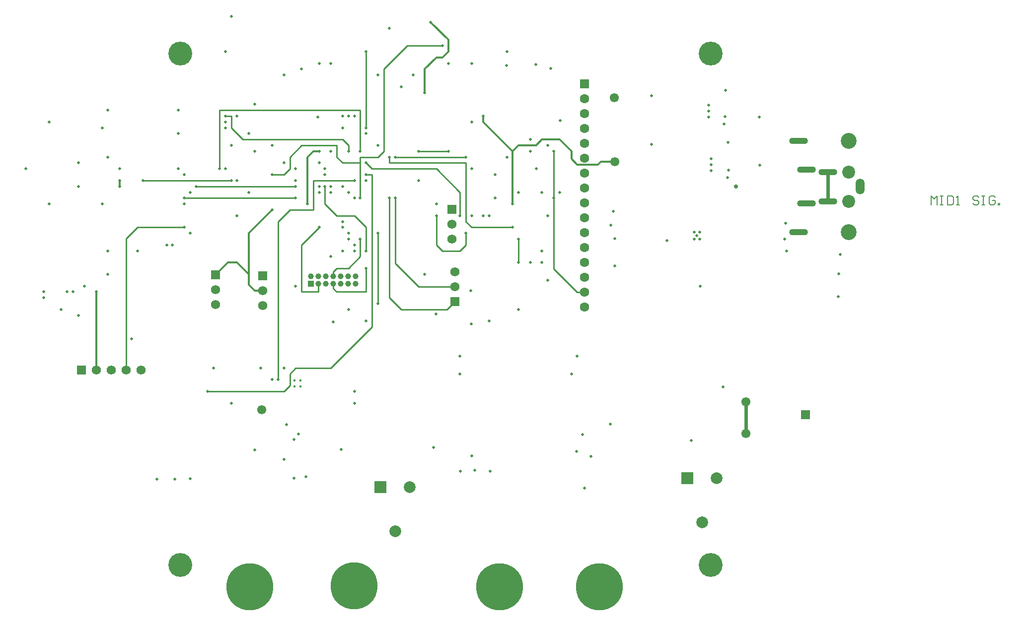
<source format=gbr>
%TF.GenerationSoftware,Altium Limited,Altium Designer,21.0.9 (235)*%
G04 Layer_Physical_Order=3*
G04 Layer_Color=36540*
%FSLAX26Y26*%
%MOIN*%
%TF.SameCoordinates,617CA12B-F850-4EA5-9EC3-0E5FEE419536*%
%TF.FilePolarity,Positive*%
%TF.FileFunction,Copper,L3,Inr,Signal*%
%TF.Part,Single*%
G01*
G75*
%TA.AperFunction,Conductor*%
%ADD72C,0.012000*%
%ADD73C,0.010000*%
%ADD76C,0.022000*%
%TA.AperFunction,NonConductor*%
%ADD84C,0.006000*%
%TA.AperFunction,ComponentPad*%
%ADD85C,0.061024*%
%ADD86C,0.061654*%
%ADD87R,0.061654X0.061654*%
%TA.AperFunction,ViaPad*%
%ADD88C,0.160000*%
%TA.AperFunction,ComponentPad*%
%ADD89R,0.061024X0.061024*%
%ADD90C,0.062992*%
%ADD91R,0.062992X0.062992*%
%ADD92R,0.061811X0.061811*%
%ADD93C,0.061811*%
%ADD94C,0.086614*%
%ADD95C,0.106299*%
%ADD96O,0.059055X0.106299*%
%ADD97O,0.125984X0.043307*%
%ADD98C,0.314961*%
%ADD99C,0.039370*%
%ADD100R,0.039370X0.039370*%
%ADD101C,0.078740*%
%ADD102R,0.078740X0.078740*%
%TA.AperFunction,ViaPad*%
%ADD103C,0.020000*%
%ADD104C,0.028000*%
%ADD105C,0.019685*%
%ADD106C,0.015748*%
D72*
X1811024Y4055118D02*
Y4094488D01*
X2677165Y3394370D02*
Y3464567D01*
Y3394370D02*
X2716535Y3355000D01*
X2770000D01*
X3897638Y5157480D02*
X4015748Y5039370D01*
Y4960630D02*
Y5039370D01*
X3976378Y4921260D02*
X4015748Y4960630D01*
X3937008Y4921260D02*
X3976378D01*
X3858268Y4842520D02*
X3937008Y4921260D01*
X3858268Y4685039D02*
Y4842520D01*
X2598425Y3543307D02*
X2677165Y3464567D01*
X2538307Y3543307D02*
X2598425D01*
X2455000Y3460000D02*
X2538307Y3543307D01*
X4251968Y4488189D02*
X4448819Y4291339D01*
X4251968Y4488189D02*
Y4527559D01*
X4448819Y3937008D02*
Y4291339D01*
X3070866Y3937008D02*
Y4251968D01*
X3110236Y4291339D01*
X3149606D01*
X1653543Y3346457D02*
X1655000Y3345000D01*
Y2820000D02*
Y3345000D01*
X2677165Y3464567D02*
Y3740157D01*
X2834646Y3897638D01*
X4448819Y4291339D02*
X4488189Y4330709D01*
X4606299D01*
X4645669Y4370079D01*
X4763779D01*
X4842520Y4291339D01*
Y4240874D02*
Y4291339D01*
Y4240874D02*
X4881890Y4201504D01*
X5020874D01*
X5039370Y4220000D01*
X5135000D01*
D73*
X4133858Y3818898D02*
Y4212598D01*
X3622047D02*
X4133858D01*
X3622047D02*
Y4251968D01*
X1968504Y4094488D02*
X2559055D01*
X3543307Y3267716D02*
Y3740157D01*
X3346457Y4291339D02*
Y4330709D01*
X3307087Y4370079D02*
X3346457Y4330709D01*
X2637795Y4370079D02*
X3307087D01*
X2559055Y4448819D02*
X2637795Y4370079D01*
X2559055Y4448819D02*
Y4527559D01*
X2519685D02*
X2559055D01*
X1855000Y2820000D02*
Y3705394D01*
X1929134Y3779528D01*
X2244095D01*
X2322835Y4055118D02*
X2992126D01*
X2244095Y3976378D02*
X2992126D01*
X4724409Y3502480D02*
Y3976378D01*
Y3502480D02*
X4881890Y3345000D01*
X4930000D01*
X4724409Y3976378D02*
Y4291339D01*
X3818898D02*
X4015748D01*
X3937008Y3661417D02*
Y3858268D01*
Y3661417D02*
X3976378Y3622047D01*
X4094488D01*
X4133858Y3661417D01*
Y3740157D01*
X3622047Y3307087D02*
Y3976378D01*
Y3307087D02*
X3700787Y3228347D01*
X4008347D01*
X4060000Y3280000D01*
X3661417Y3537480D02*
Y3976378D01*
Y3537480D02*
X3818898Y3380000D01*
X4060000D01*
X3145000Y3346457D02*
Y3400000D01*
X3031496Y3346457D02*
X3145000D01*
X3031496D02*
Y3661417D01*
X3149606Y3779528D01*
X3245000Y3369173D02*
Y3400000D01*
Y3369173D02*
X3267716Y3346457D01*
X3464567D01*
Y3503937D01*
X3245000Y3450000D02*
Y3481220D01*
X3267716Y3503937D01*
X3346457D01*
X3425197Y3582677D01*
Y3700787D01*
X3740157Y5000000D02*
X3976378D01*
X3582677Y4842520D02*
X3740157Y5000000D01*
X3582677Y4291339D02*
Y4842520D01*
X3543307Y4251968D02*
X3582677Y4291339D01*
X3425197Y4251968D02*
X3543307D01*
X3425197Y4212598D02*
Y4251968D01*
Y3976378D02*
Y4212598D01*
X2834646Y4133858D02*
X2913386D01*
X2952756Y4173228D01*
Y4251968D01*
X3031496Y4330709D01*
X3267716D01*
Y4251968D02*
Y4330709D01*
Y4251968D02*
X3307087Y4212598D01*
X3425197D01*
X2480315Y4173228D02*
Y4566929D01*
X3425197D01*
Y4291339D02*
Y4566929D01*
X3464567Y4448819D02*
Y4960630D01*
X4488189Y3543307D02*
Y3700787D01*
X3188976Y3937008D02*
Y4055118D01*
Y3937008D02*
X3267716Y3858268D01*
X3385827D01*
X3464567Y3779528D01*
Y3622047D02*
Y3779528D01*
X2401575Y2677165D02*
X2913386D01*
X2952756Y2716535D01*
Y2795276D01*
X2992126Y2834646D01*
X3228347D01*
X3503937Y3110236D01*
Y4133858D01*
X3464567D02*
X3503937D01*
X2874016Y2755905D02*
Y3818898D01*
X2952756Y3897638D01*
X3110236D01*
Y4094488D01*
X3385827D01*
X3661417Y4251968D02*
X4133858D01*
X4094488Y3858268D02*
Y4015748D01*
X3937008Y4173228D02*
X4094488Y4015748D01*
X3503937Y4173228D02*
X3937008D01*
X3464567Y4212598D02*
X3503937Y4173228D01*
X4133858Y3818898D02*
X4173228Y3779528D01*
X4448819D01*
D76*
X6015394Y2520079D02*
Y2607220D01*
X6015000Y2519685D02*
X6015394Y2520079D01*
X6015000Y2395000D02*
Y2519685D01*
X6565000Y3955000D02*
Y4151850D01*
D84*
X7256000Y3931000D02*
Y3990981D01*
X7275993Y3970987D01*
X7295987Y3990981D01*
Y3931000D01*
X7315981Y3990981D02*
X7335974D01*
X7325977D01*
Y3931000D01*
X7315981D01*
X7335974D01*
X7365964Y3990981D02*
Y3931000D01*
X7395955D01*
X7405952Y3940997D01*
Y3980984D01*
X7395955Y3990981D01*
X7365964D01*
X7425945Y3931000D02*
X7445939D01*
X7435942D01*
Y3990981D01*
X7425945Y3980984D01*
X7575896D02*
X7565900Y3990981D01*
X7545906D01*
X7535909Y3980984D01*
Y3970987D01*
X7545906Y3960990D01*
X7565900D01*
X7575896Y3950994D01*
Y3940997D01*
X7565900Y3931000D01*
X7545906D01*
X7535909Y3940997D01*
X7595890Y3990981D02*
X7615883D01*
X7605887D01*
Y3931000D01*
X7595890D01*
X7615883D01*
X7685861Y3980984D02*
X7675864Y3990981D01*
X7655871D01*
X7645874Y3980984D01*
Y3940997D01*
X7655871Y3931000D01*
X7675864D01*
X7685861Y3940997D01*
Y3960990D01*
X7665867D01*
X7705854Y3931000D02*
Y3940997D01*
X7715851D01*
Y3931000D01*
X7705854D01*
D85*
X6015000Y2395000D02*
D03*
X5135000Y4220000D02*
D03*
X5130000Y4650000D02*
D03*
X2765000Y2555000D02*
D03*
X6015394Y2607220D02*
D03*
D86*
X1955000Y2820000D02*
D03*
X1855000D02*
D03*
X1755000D02*
D03*
X1655000D02*
D03*
D87*
X1555000D02*
D03*
D88*
X5778627Y1510592D02*
D03*
Y4948092D02*
D03*
X2216127D02*
D03*
Y1510592D02*
D03*
D89*
X6415000Y2521000D02*
D03*
D90*
X4930000Y3245000D02*
D03*
Y3345000D02*
D03*
Y3645000D02*
D03*
Y3745000D02*
D03*
Y3845000D02*
D03*
Y4045000D02*
D03*
Y4145000D02*
D03*
Y4345000D02*
D03*
Y4545000D02*
D03*
Y4645000D02*
D03*
Y4445000D02*
D03*
Y4245000D02*
D03*
Y3945000D02*
D03*
Y3545000D02*
D03*
Y3445000D02*
D03*
D91*
Y4745000D02*
D03*
D92*
X4060000Y3280000D02*
D03*
X4040000Y3899832D02*
D03*
X2770000Y3455000D02*
D03*
X2455000Y3460000D02*
D03*
D93*
X4060000Y3380000D02*
D03*
Y3480000D02*
D03*
X4040000Y3799832D02*
D03*
Y3699832D02*
D03*
X2770000Y3255000D02*
D03*
Y3355000D02*
D03*
X2455000Y3260000D02*
D03*
Y3360000D02*
D03*
D94*
X6702795Y4151850D02*
D03*
Y3955000D02*
D03*
D95*
Y4360512D02*
D03*
Y3746339D02*
D03*
D96*
X6781535Y4053425D02*
D03*
D97*
X6368150Y4360512D02*
D03*
Y3746339D02*
D03*
X6565000Y4151850D02*
D03*
Y3955000D02*
D03*
X6421299Y4167598D02*
D03*
Y3939252D02*
D03*
D98*
X4360000Y1365000D02*
D03*
X5030000D02*
D03*
X2685000D02*
D03*
X3385000Y1370000D02*
D03*
D99*
X3395000Y3450000D02*
D03*
Y3400000D02*
D03*
X3345000Y3450000D02*
D03*
Y3400000D02*
D03*
X3295000Y3450000D02*
D03*
Y3400000D02*
D03*
X3245000Y3450000D02*
D03*
Y3400000D02*
D03*
X3195000Y3450000D02*
D03*
Y3400000D02*
D03*
X3145000Y3450000D02*
D03*
Y3400000D02*
D03*
X3095000Y3450000D02*
D03*
D100*
Y3400000D02*
D03*
D101*
X5818425Y2093425D02*
D03*
X5720000Y1798150D02*
D03*
X3758425Y2033425D02*
D03*
X3660000Y1738150D02*
D03*
D102*
X5621575Y2093425D02*
D03*
X3561575Y2033425D02*
D03*
D103*
X4766000Y4498000D02*
D03*
X4704000Y4847000D02*
D03*
X4408000Y4869000D02*
D03*
X4604000Y4875000D02*
D03*
X3243000Y3144000D02*
D03*
X3933000Y3196000D02*
D03*
X4171000Y3132000D02*
D03*
X4168000Y3353000D02*
D03*
X2716535Y2283465D02*
D03*
X4173228Y2244095D02*
D03*
X3543307Y3267716D02*
D03*
Y3740157D02*
D03*
X2519685Y4527559D02*
D03*
X3346457Y4291339D02*
D03*
X2244095Y3779528D02*
D03*
X3385827Y3661417D02*
D03*
X3346457Y3740157D02*
D03*
X2283465D02*
D03*
X3346457Y3700787D02*
D03*
X3464567Y4094488D02*
D03*
X3818898D02*
D03*
X1692913Y3937008D02*
D03*
X4685039Y3425197D02*
D03*
X1299213Y3307087D02*
D03*
X1732284Y3622047D02*
D03*
X1929134D02*
D03*
X3385827Y3976378D02*
D03*
X2992126Y4055118D02*
D03*
X2322835D02*
D03*
X2244095Y3937008D02*
D03*
X3149606Y4055118D02*
D03*
X2992126Y3976378D02*
D03*
X2244095D02*
D03*
Y4133858D02*
D03*
X3188976D02*
D03*
X1811024Y4173228D02*
D03*
Y4094488D02*
D03*
X3149606Y4291339D02*
D03*
X3070866Y3937008D02*
D03*
X1456693Y3346457D02*
D03*
X1496063D02*
D03*
X1653543D02*
D03*
X4251968Y4527559D02*
D03*
X2834646Y3897638D02*
D03*
X4448819Y3937008D02*
D03*
X3858268Y4685039D02*
D03*
X3464567Y4409449D02*
D03*
X1811024Y4055118D02*
D03*
X1299213Y3346457D02*
D03*
X4251968Y3858268D02*
D03*
X1889764Y3031496D02*
D03*
X3346457Y3228347D02*
D03*
X3897638Y5157480D02*
D03*
X1181102Y4173228D02*
D03*
X4724409Y4291339D02*
D03*
Y3976378D02*
D03*
X4291339Y3149606D02*
D03*
X1535433Y3188976D02*
D03*
X3818898Y4291339D02*
D03*
X4015748D02*
D03*
X4133858Y3740157D02*
D03*
X3937008Y3858268D02*
D03*
X2125984Y3661417D02*
D03*
X1535433Y4055118D02*
D03*
X5861000Y2706000D02*
D03*
X5107000Y3794000D02*
D03*
X2913386Y4212598D02*
D03*
X3149606D02*
D03*
X2598425Y4527559D02*
D03*
X3307087D02*
D03*
X3346457D02*
D03*
X2716535Y4606299D02*
D03*
X3622047Y3976378D02*
D03*
X3661417D02*
D03*
X2598425Y4094488D02*
D03*
X2283465Y4015748D02*
D03*
X2992126Y3385827D02*
D03*
X3149606Y3779528D02*
D03*
X3464567Y3503937D02*
D03*
X3425197Y3700787D02*
D03*
X4566929Y4370079D02*
D03*
X4685039Y4330709D02*
D03*
X4645669Y4015748D02*
D03*
X4685039Y3858268D02*
D03*
X3976378Y5000000D02*
D03*
X3425197Y3976378D02*
D03*
X2834646Y4133858D02*
D03*
X3425197Y4291339D02*
D03*
X2480315Y4173228D02*
D03*
X3464567Y4448819D02*
D03*
X2716535Y4291339D02*
D03*
X3464567Y4960630D02*
D03*
X2992126Y4173228D02*
D03*
X2519685D02*
D03*
X3385827Y4527559D02*
D03*
X2834646Y4330709D02*
D03*
X2559055D02*
D03*
X3188976Y4173228D02*
D03*
X4488189Y3700787D02*
D03*
X4566929Y4291339D02*
D03*
X3228347Y4055118D02*
D03*
X4488189Y3543307D02*
D03*
X3464567Y3622047D02*
D03*
X3188976Y4055118D02*
D03*
X2992126Y4094488D02*
D03*
X4173228Y4173228D02*
D03*
X3228347Y4015748D02*
D03*
X4606299Y4173228D02*
D03*
X3228347Y3582677D02*
D03*
X4330709Y4133858D02*
D03*
X3307087Y4055118D02*
D03*
Y3818898D02*
D03*
X4330709Y3976378D02*
D03*
X3307087Y3779528D02*
D03*
X4291339Y3858268D02*
D03*
X3346457Y4015748D02*
D03*
X4488189D02*
D03*
X3464567Y4133858D02*
D03*
X2401575Y2677165D02*
D03*
X3385827Y4094488D02*
D03*
X2874016Y2755905D02*
D03*
X3661417Y4251968D02*
D03*
X4133858D02*
D03*
X3464567Y4212598D02*
D03*
X4094488Y3858268D02*
D03*
X4448819Y3779528D02*
D03*
X3622047Y4251968D02*
D03*
X2165354Y3661417D02*
D03*
X2559055Y4094488D02*
D03*
X1968504D02*
D03*
X4916000Y2389000D02*
D03*
X4876000Y2274000D02*
D03*
X4975000Y2240000D02*
D03*
X5648000Y2346000D02*
D03*
X5105000Y2458000D02*
D03*
X3141000Y4522000D02*
D03*
X5133000Y3521000D02*
D03*
Y3704000D02*
D03*
X5125000Y3889000D02*
D03*
X5381000Y4663000D02*
D03*
X5879000Y4701000D02*
D03*
X5869000Y4473000D02*
D03*
X5875000Y4525000D02*
D03*
X6103000Y4522000D02*
D03*
X5382000Y4337000D02*
D03*
X6107000Y4196000D02*
D03*
X5894000Y4351000D02*
D03*
X5890000Y4113000D02*
D03*
X5897000Y4163000D02*
D03*
X6634000Y3315000D02*
D03*
X6638000Y3468000D02*
D03*
X6648000Y3598000D02*
D03*
X6281000Y3809000D02*
D03*
X6275000Y3700000D02*
D03*
X6287000Y3620000D02*
D03*
X5484000Y3690000D02*
D03*
X4930000Y2026000D02*
D03*
X4099000Y2140000D02*
D03*
X3916000Y2302000D02*
D03*
X3299000Y2289000D02*
D03*
X2912905Y2222095D02*
D03*
X2980000Y2095000D02*
D03*
X3060000Y2103000D02*
D03*
X4298000Y2141000D02*
D03*
X4194000Y2147000D02*
D03*
X2931000Y2455000D02*
D03*
X3011000Y2392000D02*
D03*
X2980000Y2354000D02*
D03*
X2061000Y2086000D02*
D03*
X2180000Y2088000D02*
D03*
X2285000Y2090000D02*
D03*
X3543307Y4330709D02*
D03*
X3228347Y4291339D02*
D03*
X3149606Y4015748D02*
D03*
X3307087Y4448819D02*
D03*
X1732284Y4251968D02*
D03*
X1692913Y4448819D02*
D03*
X2204724Y4409449D02*
D03*
Y4173228D02*
D03*
X1732284Y4566929D02*
D03*
X2204724D02*
D03*
X4645669Y3622047D02*
D03*
X4409449Y4251968D02*
D03*
X1417323Y3228347D02*
D03*
X2913386Y2834646D02*
D03*
X1574803Y3385827D02*
D03*
X2834646Y2755905D02*
D03*
X2559055Y2598425D02*
D03*
X2519685Y4960630D02*
D03*
X4488189Y3228347D02*
D03*
X2440945Y2834646D02*
D03*
X4409449Y4960630D02*
D03*
X3228347Y4881890D02*
D03*
X3622047Y5118110D02*
D03*
X3937008Y3937008D02*
D03*
X3149606Y4881890D02*
D03*
X3031496Y4842520D02*
D03*
X3385827Y2598425D02*
D03*
X2559055Y5196850D02*
D03*
X4094488Y2913386D02*
D03*
X4173228Y4881890D02*
D03*
X3307087Y3622047D02*
D03*
X4015748Y4881890D02*
D03*
X2519685Y4488189D02*
D03*
X3385827Y3622047D02*
D03*
X3700787Y4724409D02*
D03*
X3543307Y4803150D02*
D03*
X4173228Y4488189D02*
D03*
X3385827Y2677165D02*
D03*
X2755905Y2834646D02*
D03*
X2677165Y4409449D02*
D03*
X4881890Y2913386D02*
D03*
X4094488Y2795276D02*
D03*
X2913386Y4803150D02*
D03*
X1338583Y3937008D02*
D03*
X3779528Y4803150D02*
D03*
X2519685Y4448819D02*
D03*
X1338583Y4488189D02*
D03*
X2677165Y4015748D02*
D03*
X4645669Y3543307D02*
D03*
X1732284Y3464567D02*
D03*
X4842520Y2795276D02*
D03*
X5708661Y3385827D02*
D03*
X4763779Y4015748D02*
D03*
X4566929Y3543307D02*
D03*
X4173228Y3858268D02*
D03*
X3464567Y3149606D02*
D03*
X2598425Y3858268D02*
D03*
X1535433Y4212598D02*
D03*
X3858268Y3464567D02*
D03*
D104*
X5949000Y4055000D02*
D03*
D105*
X5685000Y3724770D02*
D03*
X5667283Y3701148D02*
D03*
Y3748392D02*
D03*
X5702717D02*
D03*
Y3701148D02*
D03*
X5780000Y4241551D02*
D03*
Y4201000D02*
D03*
Y4160449D02*
D03*
X5765000Y4602102D02*
D03*
Y4561551D02*
D03*
Y4521000D02*
D03*
D106*
X3024685Y2712191D02*
D03*
X2985315D02*
D03*
X3024685Y2751561D02*
D03*
X2985315D02*
D03*
%TF.MD5,a150b571f6c5cb8e2e28ba5f6ce78533*%
M02*

</source>
